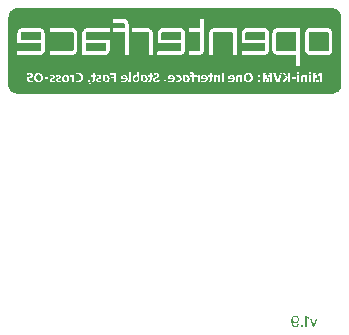
<source format=gbo>
G04 Layer: BottomSilkscreenLayer*
G04 EasyEDA Pro v2.2.27.1, 2024-09-30 12:04:34*
G04 Gerber Generator version 0.3*
G04 Scale: 100 percent, Rotated: No, Reflected: No*
G04 Dimensions in millimeters*
G04 Leading zeros omitted, absolute positions, 3 integers and 5 decimals*
%FSLAX35Y35*%
%MOMM*%
%ADD10C,0.254*%
G75*


G04 Image Start*
G36*
G01X3827398Y2729389D02*
G01X1152193Y2729384D01*
G01X1146581Y2730423D01*
G01X1140969Y2731462D01*
G01X1135610Y2733169D01*
G01X1130252Y2734876D01*
G01X1119594Y2740194D01*
G01X1114879Y2743348D01*
G01X1110165Y2746502D01*
G01X1097918Y2758585D01*
G01X1093476Y2765298D01*
G01X1089035Y2772011D01*
G01X1084157Y2783416D01*
G01X1082356Y2789797D01*
G01X1080554Y2796177D01*
G01X1080515Y2855944D01*
G01X1235752Y2855944D01*
G01X1235752Y2844880D01*
G01X1240048Y2836154D01*
G01X1242921Y2833800D01*
G01X1245794Y2831446D01*
G01X1248848Y2830095D01*
G01X1251902Y2828744D01*
G01X1251902Y2828744D01*
G01X1262324Y2827294D01*
G01X1269227Y2828037D01*
G01X1276130Y2828781D01*
G01X1280711Y2830356D01*
G01X1285292Y2831931D01*
G01X1287138Y2832790D01*
G01X1288984Y2833649D01*
G01X1288984Y2848788D01*
G01X1282740Y2845830D01*
G01X1276495Y2842872D01*
G01X1267961Y2840685D01*
G01X1262639Y2840927D01*
G01X1257317Y2841169D01*
G01X1254948Y2843754D01*
G01X1252579Y2846339D01*
G01X1252899Y2849670D01*
G01X1253219Y2853001D01*
G01X1254550Y2854797D01*
G01X1255881Y2856593D01*
G01X1258636Y2858708D01*
G01X1261391Y2860822D01*
G01X1266964Y2862662D01*
G01X1272538Y2864502D01*
G01X1281265Y2868860D01*
G01X1283179Y2870773D01*
G01X1283924Y2871519D01*
G01X1298208Y2871519D01*
G01X1298563Y2863385D01*
G01X1298917Y2855251D01*
G01X1300245Y2851526D01*
G01X1301573Y2847802D01*
G01X1303072Y2844863D01*
G01X1304572Y2841923D01*
G01X1307937Y2838365D01*
G01X1311302Y2834806D01*
G01X1314146Y2833140D01*
G01X1316990Y2831474D01*
G01X1322286Y2829675D01*
G01X1327582Y2827877D01*
G01X1327582Y2827877D01*
G01X1345035Y2827847D01*
G01X1349513Y2829260D01*
G01X1353991Y2830672D01*
G01X1357389Y2832394D01*
G01X1360787Y2834116D01*
G01X1364711Y2837970D01*
G01X1368635Y2841825D01*
G01X1370768Y2846188D01*
G01X1372803Y2850349D01*
G01X1430623Y2850349D01*
G01X1430623Y2841753D01*
G01X1432354Y2838279D01*
G01X1434084Y2834806D01*
G01X1436600Y2832813D01*
G01X1439115Y2830821D01*
G01X1439115Y2830821D01*
G01X1442756Y2829336D01*
G01X1446397Y2827851D01*
G01X1460494Y2827870D01*
G01X1465121Y2829054D01*
G01X1469747Y2830237D01*
G01X1472673Y2831531D01*
G01X1475598Y2832825D01*
G01X1475598Y2841813D01*
G01X1482705Y2841813D01*
G01X1484232Y2838660D01*
G01X1485758Y2835507D01*
G01X1488081Y2833467D01*
G01X1490403Y2831428D01*
G01X1492994Y2830106D01*
G01X1495585Y2828785D01*
G01X1495585Y2828785D01*
G01X1500191Y2828045D01*
G01X1504798Y2827306D01*
G01X1508826Y2827740D01*
G01X1512853Y2828174D01*
G01X1517217Y2829125D01*
G01X1521580Y2830075D01*
G01X1524601Y2831455D01*
G01X1527621Y2832835D01*
G01X1527964Y2847645D01*
G01X1527457Y2847390D01*
G01X1526950Y2847135D01*
G01X1522431Y2844926D01*
G01X1517913Y2842717D01*
G01X1514376Y2841775D01*
G01X1510840Y2840834D01*
G01X1506928Y2840826D01*
G01X1503017Y2840818D01*
G01X1499092Y2844742D01*
G01X1499092Y2847619D01*
G01X1499786Y2848915D01*
G01X1500480Y2850212D01*
G01X1502975Y2851464D01*
G01X1505469Y2852716D01*
G01X1510168Y2854244D01*
G01X1514578Y2855679D01*
G01X1535148Y2855679D01*
G01X1535970Y2851502D01*
G01X1536792Y2847325D01*
G01X1538342Y2843819D01*
G01X1539892Y2840314D01*
G01X1542445Y2837489D01*
G01X1544998Y2834663D01*
G01X1550445Y2830979D01*
G01X1553344Y2829843D01*
G01X1556244Y2828708D01*
G01X1556244Y2828708D01*
G01X1561096Y2828033D01*
G01X1565948Y2827358D01*
G01X1575953Y2828772D01*
G01X1580012Y2830668D01*
G01X1584072Y2832565D01*
G01X1586597Y2834782D01*
G01X1589121Y2836998D01*
G01X1593150Y2842854D01*
G01X1594481Y2846703D01*
G01X1595812Y2850552D01*
G01X1596555Y2860621D01*
G01X1595843Y2864901D01*
G01X1595131Y2869181D01*
G01X1593198Y2873292D01*
G01X1591265Y2877403D01*
G01X1585412Y2883225D01*
G01X1582091Y2884908D01*
G01X1579302Y2886322D01*
G01X1601797Y2886322D01*
G01X1601797Y2873808D01*
G01X1605410Y2874181D01*
G01X1609024Y2874554D01*
G01X1615810Y2872926D01*
G01X1618873Y2870984D01*
G01X1621935Y2869041D01*
G01X1621935Y2848888D01*
G01X1621935Y2848888D01*
G01X1621935Y2828735D01*
G01X1638717Y2828735D01*
G01X1638717Y2845463D01*
G01X1650084Y2845463D01*
G01X1650274Y2838301D01*
G01X1650464Y2831140D01*
G01X1655499Y2829497D01*
G01X1660533Y2827855D01*
G01X1670602Y2827801D01*
G01X1670602Y2827801D01*
G01X1680671Y2827746D01*
G01X1685035Y2828996D01*
G01X1689398Y2830245D01*
G01X1694337Y2832627D01*
G01X1699276Y2835008D01*
G01X1703445Y2839115D01*
G01X1707613Y2843222D01*
G01X1709095Y2846188D01*
G01X1753524Y2846188D01*
G01X1754764Y2843000D01*
G01X1756005Y2839811D01*
G01X1760911Y2827224D01*
G01X1760911Y2827224D01*
G01X1765817Y2814638D01*
G01X1777814Y2814638D01*
G01X1777216Y2816316D01*
G01X1772912Y2831247D01*
G01X1768608Y2846178D01*
G01X1761066Y2846183D01*
G01X1753524Y2846188D01*
G01X1709095Y2846188D01*
G01X1709709Y2847418D01*
G01X1711806Y2851615D01*
G01X1712944Y2856727D01*
G01X1714081Y2861840D01*
G01X1713711Y2868615D01*
G01X1713341Y2875389D01*
G01X1711952Y2879801D01*
G01X1710563Y2884213D01*
G01X1708652Y2887137D01*
G01X1783711Y2887137D01*
G01X1783711Y2874382D01*
G01X1795123Y2874382D01*
G01X1795123Y2844113D01*
G01X1791707Y2840697D01*
G01X1788044Y2840925D01*
G01X1784381Y2841154D01*
G01X1784382Y2835035D01*
G01X1784383Y2828917D01*
G01X1787497Y2828490D01*
G01X1790612Y2828063D01*
G01X1790612Y2828063D01*
G01X1798236Y2828063D01*
G01X1804911Y2830046D01*
G01X1808384Y2833769D01*
G01X1810227Y2837126D01*
G01X1810422Y2847866D01*
G01X1823840Y2847866D01*
G01X1824544Y2840989D01*
G01X1825885Y2838386D01*
G01X1827226Y2835783D01*
G01X1829467Y2833674D01*
G01X1831707Y2831565D01*
G01X1834485Y2830175D01*
G01X1837262Y2828785D01*
G01X1837262Y2828785D01*
G01X1841869Y2828045D01*
G01X1846475Y2827306D01*
G01X1854531Y2828180D01*
G01X1857058Y2828735D01*
G01X1876875Y2828735D01*
G01X1892527Y2828735D01*
G01X1893229Y2830749D01*
G01X1893931Y2832762D01*
G01X1894600Y2832762D01*
G01X1896381Y2831499D01*
G01X1898163Y2830236D01*
G01X1901520Y2829056D01*
G01X1904876Y2827876D01*
G01X1910246Y2827873D01*
G01X1910246Y2827873D01*
G01X1915616Y2827871D01*
G01X1923195Y2830792D01*
G01X1928691Y2834774D01*
G01X1931039Y2837964D01*
G01X1933386Y2841154D01*
G01X1936265Y2848538D01*
G01X1936604Y2855489D01*
G01X1936944Y2862439D01*
G01X1936114Y2866229D01*
G01X1935284Y2870019D01*
G01X1933338Y2874142D01*
G01X1931392Y2878265D01*
G01X1927346Y2882010D01*
G01X1923300Y2885756D01*
G01X1919123Y2887080D01*
G01X1914945Y2888404D01*
G01X1911110Y2888441D01*
G01X1907276Y2888479D01*
G01X1899506Y2885595D01*
G01X1897828Y2884284D01*
G01X1896149Y2882974D01*
G01X1895939Y2885055D01*
G01X1895729Y2887137D01*
G01X1879032Y2887137D01*
G01X1879032Y2837645D01*
G01X1878407Y2834364D01*
G01X1877782Y2831084D01*
G01X1877328Y2829909D01*
G01X1876875Y2828735D01*
G01X1857058Y2828735D01*
G01X1859229Y2829212D01*
G01X1863928Y2830243D01*
G01X1866446Y2831516D01*
G01X1868963Y2832790D01*
G01X1868963Y2847260D01*
G01X1864012Y2844845D01*
G01X1859060Y2842429D01*
G01X1852079Y2840818D01*
G01X1845402Y2840818D01*
G01X1843503Y2841800D01*
G01X1841604Y2842782D01*
G01X1840770Y2844955D01*
G01X1840770Y2848021D01*
G01X1842119Y2849737D01*
G01X1843469Y2851452D01*
G01X1850007Y2853612D01*
G01X1856544Y2855772D01*
G01X1861542Y2858280D01*
G01X1864015Y2860451D01*
G01X1866489Y2862623D01*
G01X1867711Y2865314D01*
G01X1868933Y2868005D01*
G01X1868948Y2871237D01*
G01X1868963Y2874469D01*
G01X1867568Y2877712D01*
G01X1866173Y2880955D01*
G01X1860741Y2885320D01*
G01X1855958Y2886869D01*
G01X1851174Y2888419D01*
G01X1846279Y2888449D01*
G01X1841384Y2888479D01*
G01X1836223Y2887413D01*
G01X1831063Y2886347D01*
G01X1828687Y2885075D01*
G01X1828687Y2872368D01*
G01X1829022Y2872369D01*
G01X1835735Y2874911D01*
G01X1845977Y2876554D01*
G01X1848414Y2875750D01*
G01X1850851Y2874945D01*
G01X1851852Y2873944D01*
G01X1852852Y2872944D01*
G01X1852852Y2869803D01*
G01X1848909Y2866484D01*
G01X1843171Y2864408D01*
G01X1837432Y2862331D01*
G01X1833899Y2860542D01*
G01X1830365Y2858753D01*
G01X1827883Y2856199D01*
G01X1825401Y2853644D01*
G01X1823840Y2847866D01*
G01X1810422Y2847866D01*
G01X1810898Y2874047D01*
G01X1819289Y2874446D01*
G01X1819289Y2887073D01*
G01X1810898Y2887472D01*
G01X1810521Y2903919D01*
G01X1795123Y2903919D01*
G01X1795123Y2887137D01*
G01X1783711Y2887137D01*
G01X1708652Y2887137D01*
G01X1707963Y2888192D01*
G01X1705363Y2892171D01*
G01X1700138Y2897334D01*
G01X1695743Y2899951D01*
G01X1691347Y2902568D01*
G01X1687688Y2903657D01*
G01X1684551Y2904590D01*
G01X1944145Y2904590D01*
G01X1944145Y2890517D01*
G01X1976702Y2890157D01*
G01X1976702Y2873375D01*
G01X1948844Y2873012D01*
G01X1948844Y2860312D01*
G01X1976702Y2859950D01*
G01X1976882Y2844342D01*
G01X1977062Y2828735D01*
G01X1977062Y2828735D01*
G01X1993819Y2828735D01*
G01X1993819Y2862787D01*
G01X2031411Y2862787D01*
G01X2031411Y2854244D01*
G01X2073701Y2854244D01*
G01X2073694Y2853069D01*
G01X2073688Y2851894D01*
G01X2072065Y2848410D01*
G01X2070443Y2844926D01*
G01X2067675Y2842920D01*
G01X2064906Y2840915D01*
G01X2061551Y2840195D01*
G01X2058195Y2839475D01*
G01X2051615Y2839475D01*
G01X2044500Y2840934D01*
G01X2039969Y2843154D01*
G01X2035438Y2845374D01*
G01X2035438Y2831584D01*
G01X2043158Y2828732D01*
G01X2043158Y2828732D01*
G01X2046774Y2828062D01*
G01X2050390Y2827392D01*
G01X2062746Y2827392D01*
G01X2065370Y2828063D01*
G01X2095181Y2828063D01*
G01X2107214Y2828063D01*
G01X2114802Y2830903D01*
G01X2117243Y2833364D01*
G01X2119683Y2835824D01*
G01X2121013Y2839160D01*
G01X2122343Y2842496D01*
G01X2122469Y2862904D01*
G01X2132101Y2862904D01*
G01X2132101Y2852967D01*
G01X2133598Y2845853D01*
G01X2135322Y2842160D01*
G01X2137046Y2838468D01*
G01X2140788Y2834718D01*
G01X2144530Y2830967D01*
G01X2144530Y2830967D01*
G01X2148553Y2829372D01*
G01X2152575Y2827778D01*
G01X2158281Y2827829D01*
G01X2163987Y2827881D01*
G01X2167343Y2829058D01*
G01X2170700Y2830236D01*
G01X2172481Y2831499D01*
G01X2174263Y2832762D01*
G01X2174900Y2832762D01*
G01X2176568Y2828735D01*
G01X2191935Y2828735D01*
G01X2199425Y2828735D01*
G01X2215232Y2828735D01*
G01X2216117Y2832762D01*
G01X2216702Y2832762D01*
G01X2220216Y2830796D01*
G01X2223730Y2828829D01*
G01X2228036Y2828061D01*
G01X2228036Y2828061D01*
G01X2232342Y2827293D01*
G01X2241183Y2828791D01*
G01X2241288Y2828842D01*
G01X2265684Y2828842D01*
G01X2274599Y2827887D01*
G01X2283247Y2828694D01*
G01X2288843Y2831756D01*
G01X2292200Y2838468D01*
G01X2292379Y2853337D01*
G01X2306468Y2853337D01*
G01X2306794Y2848782D01*
G01X2307120Y2844226D01*
G01X2308924Y2840540D01*
G01X2310727Y2836854D01*
G01X2317502Y2830762D01*
G01X2321633Y2829493D01*
G01X2325763Y2828223D01*
G01X2325763Y2828223D01*
G01X2333818Y2827320D01*
G01X2340170Y2828050D01*
G01X2346522Y2828780D01*
G01X2350239Y2829850D01*
G01X2353957Y2830920D01*
G01X2357145Y2832524D01*
G01X2360334Y2834128D01*
G01X2360334Y2846188D01*
G01X2399249Y2846188D01*
G01X2401057Y2841825D01*
G01X2401057Y2841825D01*
G01X2406342Y2828231D01*
G01X2411627Y2814638D01*
G01X2423590Y2814638D01*
G01X2422958Y2816987D01*
G01X2418684Y2831588D01*
G01X2414410Y2846188D01*
G01X2399249Y2846188D01*
G01X2360334Y2846188D01*
G01X2360334Y2848873D01*
G01X2359832Y2848873D01*
G01X2353729Y2845463D01*
G01X2348137Y2843392D01*
G01X2342545Y2841321D01*
G01X2329791Y2840683D01*
G01X2325140Y2843860D01*
G01X2323308Y2848673D01*
G01X2324050Y2851428D01*
G01X2324792Y2854183D01*
G01X2324843Y2854244D01*
G01X2430817Y2854244D01*
G01X2473275Y2854244D01*
G01X2472408Y2849908D01*
G01X2471188Y2847545D01*
G01X2469968Y2845181D01*
G01X2467203Y2843061D01*
G01X2464439Y2840942D01*
G01X2457602Y2839475D01*
G01X2451021Y2839475D01*
G01X2443907Y2840934D01*
G01X2439376Y2843154D01*
G01X2434845Y2845374D01*
G01X2434845Y2832118D01*
G01X2440357Y2829306D01*
G01X2444817Y2828361D01*
G01X2449277Y2827415D01*
G01X2455715Y2827404D01*
G01X2455715Y2827404D01*
G01X2462152Y2827392D01*
G01X2467363Y2828725D01*
G01X2472574Y2830058D01*
G01X2476177Y2832119D01*
G01X2479780Y2834181D01*
G01X2482233Y2836996D01*
G01X2484686Y2839811D01*
G01X2486588Y2843839D01*
G01X2486966Y2844640D01*
G01X2496602Y2844640D01*
G01X2496602Y2830801D01*
G01X2500016Y2829787D01*
G01X2503429Y2828773D01*
G01X2507537Y2828028D01*
G01X2507537Y2828028D01*
G01X2511644Y2827283D01*
G01X2516373Y2827753D01*
G01X2521103Y2828223D01*
G01X2522773Y2828735D01*
G01X2554284Y2828735D01*
G01X2570475Y2828735D01*
G01X2570883Y2830775D01*
G01X2571291Y2832815D01*
G01X2571714Y2832621D01*
G01X2572137Y2832427D01*
G01X2575820Y2830587D01*
G01X2579504Y2828747D01*
G01X2583461Y2828017D01*
G01X2583461Y2828017D01*
G01X2587418Y2827288D01*
G01X2591852Y2828040D01*
G01X2596286Y2828791D01*
G01X2599761Y2830467D01*
G01X2603237Y2832142D01*
G01X2606921Y2836121D01*
G01X2610604Y2840100D01*
G01X2612026Y2843899D01*
G01X2613447Y2847698D01*
G01X2614225Y2852703D01*
G01X2615003Y2857708D01*
G01X2614251Y2862873D01*
G01X2613498Y2868037D01*
G01X2612036Y2871944D01*
G01X2610575Y2875850D01*
G01X2607762Y2879312D01*
G01X2604949Y2882773D01*
G01X2601349Y2884937D01*
G01X2597749Y2887100D01*
G01X2597596Y2887137D01*
G01X2619445Y2887137D01*
G01X2619445Y2874382D01*
G01X2633541Y2874382D01*
G01X2633541Y2851558D01*
G01X2633541Y2851558D01*
G01X2633541Y2828735D01*
G01X2650323Y2828735D01*
G01X2650323Y2874382D01*
G01X2660392Y2874382D01*
G01X2660392Y2886440D01*
G01X2663748Y2886440D01*
G01X2663748Y2873838D01*
G01X2671565Y2874547D01*
G01X2675373Y2873440D01*
G01X2679182Y2872333D01*
G01X2681534Y2870267D01*
G01X2683887Y2868201D01*
G01X2683887Y2828735D01*
G01X2683887Y2828735D01*
G01X2699997Y2828735D01*
G01X2699997Y2857633D01*
G01X2709361Y2857633D01*
G01X2710212Y2854244D01*
G01X2752382Y2854244D01*
G01X2751938Y2852398D01*
G01X2751495Y2850552D01*
G01X2749079Y2845725D01*
G01X2746687Y2843625D01*
G01X2744295Y2841525D01*
G01X2740495Y2840420D01*
G01X2736696Y2839316D01*
G01X2726512Y2839959D01*
G01X2722176Y2841450D01*
G01X2717840Y2842941D01*
G01X2716031Y2844229D01*
G01X2714222Y2845517D01*
G01X2713423Y2845517D01*
G01X2713423Y2832126D01*
G01X2715505Y2831049D01*
G01X2717588Y2829972D01*
G01X2720708Y2828975D01*
G01X2723827Y2827978D01*
G01X2723827Y2827978D01*
G01X2731266Y2827596D01*
G01X2738704Y2827215D01*
G01X2747993Y2828819D01*
G01X2752790Y2831118D01*
G01X2757587Y2833417D01*
G01X2760732Y2836915D01*
G01X2763876Y2840412D01*
G01X2765167Y2842943D01*
G01X2766459Y2845475D01*
G01X2767453Y2849691D01*
G01X2768447Y2853908D01*
G01X2768467Y2862787D01*
G01X2767790Y2866354D01*
G01X2767114Y2869921D01*
G01X2763862Y2877024D01*
G01X2760729Y2880374D01*
G01X2757595Y2883724D01*
G01X2751601Y2886626D01*
G01X2749747Y2887137D01*
G01X2774508Y2887137D01*
G01X2774508Y2874382D01*
G01X2785990Y2874382D01*
G01X2785787Y2858882D01*
G01X2785584Y2843382D01*
G01X2783933Y2842046D01*
G01X2782282Y2840710D01*
G01X2778730Y2840932D01*
G01X2775178Y2841154D01*
G01X2775179Y2835032D01*
G01X2775180Y2828910D01*
G01X2777697Y2828494D01*
G01X2780214Y2828078D01*
G01X2784639Y2828071D01*
G01X2784639Y2828071D01*
G01X2789063Y2828063D01*
G01X2791293Y2828735D01*
G01X2885268Y2828735D01*
G01X2902050Y2828735D01*
G01X2902050Y2854244D01*
G01X2940136Y2854244D01*
G01X2982709Y2854244D01*
G01X2981800Y2849880D01*
G01X2978653Y2844405D01*
G01X2975958Y2842621D01*
G01X2973264Y2840838D01*
G01X2970381Y2840173D01*
G01X2967499Y2839508D01*
G01X2963568Y2839492D01*
G01X2959637Y2839475D01*
G01X2955561Y2840532D01*
G01X2951484Y2841588D01*
G01X2944676Y2845174D01*
G01X2943669Y2845629D01*
G01X2943669Y2832126D01*
G01X2945751Y2831049D01*
G01X2947834Y2829972D01*
G01X2950954Y2828984D01*
G01X2954073Y2827997D01*
G01X2954073Y2827997D01*
G01X2962129Y2827627D01*
G01X2970184Y2827257D01*
G01X2979793Y2829308D01*
G01X2980001Y2829406D01*
G01X3008030Y2829406D01*
G01X3024893Y2829406D01*
G01X3024902Y2849041D01*
G01X3024912Y2868676D01*
G01X3025743Y2870318D01*
G01X3026574Y2871959D01*
G01X3028865Y2873297D01*
G01X3031156Y2874635D01*
G01X3037499Y2874540D01*
G01X3041601Y2872353D01*
G01X3045702Y2870167D01*
G01X3045702Y2829406D01*
G01X3062484Y2829406D01*
G01X3062484Y2861292D01*
G01X3073049Y2861292D01*
G01X3075238Y2850743D01*
G01X3077366Y2846284D01*
G01X3079494Y2841825D01*
G01X3083276Y2838043D01*
G01X3087057Y2834261D01*
G01X3090599Y2832467D01*
G01X3094140Y2830672D01*
G01X3098618Y2829260D01*
G01X3098618Y2829260D01*
G01X3103096Y2827847D01*
G01X3120549Y2827921D01*
G01X3125919Y2829714D01*
G01X3131289Y2831507D01*
G01X3137331Y2835380D01*
G01X3139346Y2837461D01*
G01X3194724Y2837461D01*
G01X3194724Y2828735D01*
G01X3212177Y2828735D01*
G01X3212177Y2846188D01*
G01X3194724Y2846188D01*
G01X3194724Y2837461D01*
G01X3194724Y2837461D01*
G01X3139346Y2837461D01*
G01X3140126Y2838267D01*
G01X3142921Y2841154D01*
G01X3145347Y2845607D01*
G01X3147773Y2850060D01*
G01X3148749Y2854669D01*
G01X3149726Y2859278D01*
G01X3149726Y2872704D01*
G01X3148744Y2877403D01*
G01X3148533Y2878410D01*
G01X3194724Y2878410D01*
G01X3194724Y2869683D01*
G01X3212177Y2869683D01*
G01X3212177Y2887137D01*
G01X3194724Y2887137D01*
G01X3194724Y2878410D01*
G01X3194724Y2878410D01*
G01X3148533Y2878410D01*
G01X3147761Y2882102D01*
G01X3145332Y2886919D01*
G01X3142903Y2891735D01*
G01X3139168Y2895442D01*
G01X3135432Y2899148D01*
G01X3130675Y2901551D01*
G01X3125919Y2903954D01*
G01X3122952Y2904590D01*
G01X3232316Y2904590D01*
G01X3232316Y2828735D01*
G01X3249097Y2828735D01*
G01X3249097Y2891836D01*
G01X3250440Y2891836D01*
G01X3250482Y2891500D01*
G01X3263605Y2829070D01*
G01X3263605Y2829070D01*
G01X3273787Y2828885D01*
G01X3283969Y2828700D01*
G01X3284335Y2830228D01*
G01X3284702Y2831756D01*
G01X3290525Y2859950D01*
G01X3293794Y2875893D01*
G01X3297062Y2891836D01*
G01X3298771Y2891836D01*
G01X3298771Y2828735D01*
G01X3315553Y2828735D01*
G01X3315553Y2904590D01*
G01X3323465Y2904590D01*
G01X3324095Y2902912D01*
G01X3326824Y2894185D01*
G01X3329553Y2885458D01*
G01X3343812Y2839140D01*
G01X3345513Y2833937D01*
G01X3347213Y2828735D01*
G01X3347213Y2828735D01*
G01X3375248Y2828735D01*
G01X3400725Y2828735D01*
G01X3418593Y2828809D01*
G01X3424851Y2838412D01*
G01X3431109Y2848014D01*
G01X3436485Y2853814D01*
G01X3441862Y2859614D01*
G01X3449136Y2859614D01*
G01X3449136Y2828735D01*
G01X3466589Y2828735D01*
G01X3528346Y2828735D01*
G01X3545128Y2828735D01*
G01X3545128Y2829406D01*
G01X3557787Y2829406D01*
G01X3574664Y2829406D01*
G01X3574664Y2867712D01*
G01X3576572Y2872279D01*
G01X3578807Y2873449D01*
G01X3581041Y2874618D01*
G01X3584104Y2874629D01*
G01X3587167Y2874640D01*
G01X3595809Y2869899D01*
G01X3595987Y2849652D01*
G01X3596164Y2829406D01*
G01X3612927Y2829406D01*
G01X3612927Y2857936D01*
G01X3625681Y2857936D01*
G01X3625681Y2828735D01*
G01X3642462Y2828735D01*
G01X3642462Y2887137D01*
G01X3625681Y2887137D01*
G01X3625681Y2857936D01*
G01X3625681Y2857936D01*
G01X3612927Y2857936D01*
G01X3612927Y2887137D01*
G01X3596145Y2887137D01*
G01X3596145Y2880424D01*
G01X3595138Y2880433D01*
G01X3591110Y2883175D01*
G01X3588500Y2884546D01*
G01X3585889Y2885916D01*
G01X3581787Y2886837D01*
G01X3577685Y2887757D01*
G01X3573993Y2887381D01*
G01X3570301Y2887006D01*
G01X3567951Y2886030D01*
G01X3565602Y2885055D01*
G01X3561069Y2880759D01*
G01X3558218Y2874718D01*
G01X3558218Y2874718D01*
G01X3558002Y2852062D01*
G01X3557787Y2829406D01*
G01X3545128Y2829406D01*
G01X3545128Y2887137D01*
G01X3528346Y2887137D01*
G01X3528346Y2828735D01*
G01X3528346Y2828735D01*
G01X3466589Y2828735D01*
G01X3466589Y2856257D01*
G01X3480686Y2856257D01*
G01X3513578Y2856257D01*
G01X3513578Y2868341D01*
G01X3480686Y2868341D01*
G01X3480686Y2856257D01*
G01X3480686Y2856257D01*
G01X3466589Y2856257D01*
G01X3466589Y2895192D01*
G01X3528346Y2895192D01*
G01X3545128Y2895192D01*
G01X3545128Y2903583D01*
G01X3625681Y2903583D01*
G01X3625681Y2895192D01*
G01X3642462Y2895192D01*
G01X3642462Y2904590D01*
G01X3656559Y2904590D01*
G01X3656559Y2828735D01*
G01X3672656Y2828735D01*
G01X3672831Y2860061D01*
G01X3673005Y2891388D01*
G01X3673697Y2891619D01*
G01X3674388Y2891849D01*
G01X3686185Y2835112D01*
G01X3686866Y2831923D01*
G01X3687546Y2828735D01*
G01X3687546Y2828735D01*
G01X3708001Y2828735D01*
G01X3714216Y2859110D01*
G01X3720431Y2889486D01*
G01X3720761Y2890661D01*
G01X3721092Y2891836D01*
G01X3722344Y2891836D01*
G01X3722344Y2828735D01*
G01X3739126Y2828735D01*
G01X3739126Y2904590D01*
G01X3723854Y2904587D01*
G01X3708583Y2904584D01*
G01X3705427Y2887973D01*
G01X3702271Y2871361D01*
G01X3700104Y2859974D01*
G01X3697938Y2848587D01*
G01X3697411Y2850241D01*
G01X3696884Y2851894D01*
G01X3692128Y2877067D01*
G01X3687372Y2902241D01*
G01X3686676Y2904590D01*
G01X3656559Y2904590D01*
G01X3642462Y2904590D01*
G01X3642462Y2911974D01*
G01X3625681Y2911974D01*
G01X3625681Y2903583D01*
G01X3625681Y2903583D01*
G01X3545128Y2903583D01*
G01X3545128Y2911974D01*
G01X3528346Y2911974D01*
G01X3528346Y2895192D01*
G01X3528346Y2895192D01*
G01X3466589Y2895192D01*
G01X3466589Y2904590D01*
G01X3449136Y2904590D01*
G01X3449136Y2873711D01*
G01X3444701Y2873711D01*
G01X3434062Y2889150D01*
G01X3423422Y2904590D01*
G01X3404740Y2904590D01*
G01X3412476Y2893514D01*
G01X3420291Y2882438D01*
G01X3428105Y2871361D01*
G01X3429318Y2869488D01*
G01X3430531Y2867615D01*
G01X3424834Y2861768D01*
G01X3419137Y2855922D01*
G01X3409746Y2843167D01*
G01X3401711Y2830413D01*
G01X3401218Y2829574D01*
G01X3401218Y2829574D01*
G01X3400725Y2828735D01*
G01X3375248Y2828735D01*
G01X3378249Y2838301D01*
G01X3381250Y2847866D01*
G01X3389711Y2875389D01*
G01X3398171Y2902912D01*
G01X3398749Y2904590D01*
G01X3380052Y2904590D01*
G01X3377384Y2895528D01*
G01X3361910Y2841305D01*
G01X3361555Y2840949D01*
G01X3361200Y2840594D01*
G01X3360844Y2840949D01*
G01X3360489Y2841305D01*
G01X3345016Y2895528D01*
G01X3342347Y2904590D01*
G01X3323465Y2904590D01*
G01X3315553Y2904590D01*
G01X3284786Y2904590D01*
G01X3283472Y2898213D01*
G01X3274362Y2849880D01*
G01X3273971Y2849401D01*
G01X3273579Y2848921D01*
G01X3270374Y2865847D01*
G01X3267170Y2882773D01*
G01X3262963Y2904590D01*
G01X3232316Y2904590D01*
G01X3122952Y2904590D01*
G01X3117192Y2905826D01*
G01X3111822Y2905868D01*
G01X3106452Y2905909D01*
G01X3097054Y2903927D01*
G01X3092876Y2901876D01*
G01X3088698Y2899824D01*
G01X3085157Y2896584D01*
G01X3081615Y2893343D01*
G01X3079080Y2889065D01*
G01X3076545Y2884787D01*
G01X3073801Y2876060D01*
G01X3073049Y2861292D01*
G01X3062484Y2861292D01*
G01X3062484Y2887137D01*
G01X3045702Y2887137D01*
G01X3045702Y2880269D01*
G01X3042010Y2882705D01*
G01X3039200Y2884283D01*
G01X3036390Y2885861D01*
G01X3032152Y2886817D01*
G01X3027913Y2887774D01*
G01X3024274Y2887436D01*
G01X3020635Y2887098D01*
G01X3017897Y2885873D01*
G01X3015159Y2884649D01*
G01X3011270Y2880759D01*
G01X3008446Y2874718D01*
G01X3008446Y2874718D01*
G01X3008238Y2852062D01*
G01X3008030Y2829406D01*
G01X2980001Y2829406D01*
G01X2983447Y2831036D01*
G01X2987101Y2832765D01*
G01X2990161Y2835869D01*
G01X2993222Y2838973D01*
G01X2995039Y2842312D01*
G01X2996856Y2845651D01*
G01X2998697Y2852565D01*
G01X2998705Y2858012D01*
G01X2998713Y2863458D01*
G01X2998058Y2866914D01*
G01X2997402Y2870371D01*
G01X2994067Y2877420D01*
G01X2991188Y2880332D01*
G01X2988308Y2883244D01*
G01X2985607Y2884830D01*
G01X2982906Y2886415D01*
G01X2979230Y2887443D01*
G01X2975554Y2888471D01*
G01X2968170Y2888234D01*
G01X2960786Y2887997D01*
G01X2953252Y2885096D01*
G01X2950202Y2882719D01*
G01X2947151Y2880343D01*
G01X2943605Y2875225D01*
G01X2942203Y2871615D01*
G01X2940801Y2868005D01*
G01X2940469Y2861124D01*
G01X2940136Y2854244D01*
G01X2902050Y2854244D01*
G01X2902050Y2904590D01*
G01X2885268Y2904590D01*
G01X2885268Y2828735D01*
G01X2885268Y2828735D01*
G01X2791293Y2828735D01*
G01X2792281Y2829032D01*
G01X2793524Y2829406D01*
G01X2817389Y2829406D01*
G01X2834251Y2829406D01*
G01X2834251Y2868407D01*
G01X2835270Y2870376D01*
G01X2836288Y2872346D01*
G01X2838458Y2873482D01*
G01X2840629Y2874618D01*
G01X2843649Y2874629D01*
G01X2846670Y2874640D01*
G01X2850865Y2872404D01*
G01X2855061Y2870167D01*
G01X2855061Y2849787D01*
G01X2855061Y2849787D01*
G01X2855061Y2829406D01*
G01X2871843Y2829406D01*
G01X2871843Y2887137D01*
G01X2855061Y2887137D01*
G01X2855061Y2880269D01*
G01X2851369Y2882705D01*
G01X2848559Y2884283D01*
G01X2845749Y2885861D01*
G01X2841511Y2886809D01*
G01X2837272Y2887757D01*
G01X2833580Y2887381D01*
G01X2829888Y2887006D01*
G01X2827539Y2886030D01*
G01X2825189Y2885055D01*
G01X2820657Y2880759D01*
G01X2817805Y2874718D01*
G01X2817597Y2852062D01*
G01X2817389Y2829406D01*
G01X2793524Y2829406D01*
G01X2795500Y2830001D01*
G01X2799377Y2833715D01*
G01X2801359Y2840390D01*
G01X2801359Y2874382D01*
G01X2810086Y2874382D01*
G01X2810086Y2887137D01*
G01X2801359Y2887137D01*
G01X2801359Y2903919D01*
G01X2785920Y2903919D01*
G01X2785920Y2887137D01*
G01X2774508Y2887137D01*
G01X2749747Y2887137D01*
G01X2748454Y2887493D01*
G01X2745308Y2888359D01*
G01X2739169Y2888419D01*
G01X2733031Y2888479D01*
G01X2728736Y2887153D01*
G01X2724442Y2885826D01*
G01X2721295Y2883742D01*
G01X2718148Y2881657D01*
G01X2716110Y2879084D01*
G01X2714072Y2876511D01*
G01X2712439Y2872929D01*
G01X2710806Y2869348D01*
G01X2710084Y2863490D01*
G01X2709361Y2857633D01*
G01X2699997Y2857633D01*
G01X2699997Y2887137D01*
G01X2683887Y2887137D01*
G01X2683887Y2881095D01*
G01X2682978Y2881095D01*
G01X2679504Y2883488D01*
G01X2676030Y2885880D01*
G01X2667406Y2887358D01*
G01X2665577Y2886899D01*
G01X2663748Y2886440D01*
G01X2660392Y2886440D01*
G01X2660392Y2887137D01*
G01X2650323Y2887137D01*
G01X2650323Y2898482D01*
G01X2649592Y2901891D01*
G01X2648861Y2905301D01*
G01X2647106Y2907386D01*
G01X2645351Y2909472D01*
G01X2642970Y2910479D01*
G01X2640590Y2911487D01*
G01X2629849Y2912310D01*
G01X2625318Y2912087D01*
G01X2620787Y2911864D01*
G01X2620787Y2899418D01*
G01X2625797Y2899487D01*
G01X2630806Y2899555D01*
G01X2631993Y2898369D01*
G01X2633181Y2897183D01*
G01X2633434Y2892160D01*
G01X2633688Y2887137D01*
G01X2619445Y2887137D01*
G01X2597596Y2887137D01*
G01X2595003Y2887757D01*
G01X2592258Y2888414D01*
G01X2587412Y2888213D01*
G01X2582565Y2888012D01*
G01X2578267Y2885896D01*
G01X2573969Y2883780D01*
G01X2573127Y2883780D01*
G01X2573127Y2887137D01*
G01X2556414Y2887137D01*
G01X2556212Y2859446D01*
G01X2556009Y2831756D01*
G01X2554284Y2828735D01*
G01X2522773Y2828735D01*
G01X2525467Y2829561D01*
G01X2529830Y2830900D01*
G01X2532179Y2832108D01*
G01X2534529Y2833317D01*
G01X2540093Y2838116D01*
G01X2544773Y2845181D01*
G01X2545888Y2848474D01*
G01X2547002Y2851766D01*
G01X2547008Y2857536D01*
G01X2547014Y2863306D01*
G01X2544276Y2872033D01*
G01X2541346Y2875917D01*
G01X2538416Y2879801D01*
G01X2533857Y2883213D01*
G01X2531275Y2884550D01*
G01X2528693Y2885888D01*
G01X2523891Y2887192D01*
G01X2519089Y2888496D01*
G01X2513048Y2888184D01*
G01X2507007Y2887872D01*
G01X2502308Y2886665D01*
G01X2497609Y2885458D01*
G01X2497481Y2879249D01*
G01X2497353Y2873040D01*
G01X2498073Y2873040D01*
G01X2501793Y2874121D01*
G01X2505512Y2875202D01*
G01X2511965Y2874916D01*
G01X2518418Y2874629D01*
G01X2521863Y2873114D01*
G01X2525309Y2871600D01*
G01X2528771Y2867986D01*
G01X2529804Y2865058D01*
G01X2530837Y2862130D01*
G01X2530837Y2853736D01*
G01X2528910Y2849124D01*
G01X2525899Y2846349D01*
G01X2522889Y2843574D01*
G01X2518053Y2842105D01*
G01X2513218Y2840637D01*
G01X2508186Y2841017D01*
G01X2503154Y2841398D01*
G01X2499878Y2843019D01*
G01X2496602Y2844640D01*
G01X2486966Y2844640D01*
G01X2488490Y2847866D01*
G01X2489980Y2857264D01*
G01X2489095Y2866662D01*
G01X2487536Y2871222D01*
G01X2485976Y2875782D01*
G01X2481301Y2881488D01*
G01X2478475Y2883446D01*
G01X2475650Y2885404D01*
G01X2466730Y2888445D01*
G01X2460689Y2888454D01*
G01X2454647Y2888463D01*
G01X2451181Y2887540D01*
G01X2447715Y2886617D01*
G01X2444600Y2885062D01*
G01X2441485Y2883506D01*
G01X2438563Y2880382D01*
G01X2435641Y2877258D01*
G01X2434186Y2874406D01*
G01X2432731Y2871555D01*
G01X2431786Y2867095D01*
G01X2430841Y2862635D01*
G01X2430829Y2858439D01*
G01X2430817Y2854244D01*
G01X2324843Y2854244D01*
G01X2328078Y2858089D01*
G01X2335161Y2861619D01*
G01X2342311Y2864333D01*
G01X2349461Y2867048D01*
G01X2352199Y2869032D01*
G01X2354938Y2871015D01*
G01X2356622Y2873561D01*
G01X2358307Y2876106D01*
G01X2359077Y2879943D01*
G01X2359848Y2883780D01*
G01X2358393Y2891023D01*
G01X2355463Y2897257D01*
G01X2352696Y2899497D01*
G01X2349929Y2901738D01*
G01X2347668Y2902887D01*
G01X2345407Y2904036D01*
G01X2341291Y2904977D01*
G01X2337175Y2905919D01*
G01X2330127Y2905627D01*
G01X2323078Y2905335D01*
G01X2317708Y2903788D01*
G01X2312338Y2902241D01*
G01X2311956Y2888528D01*
G01X2316365Y2890370D01*
G01X2321539Y2891438D01*
G01X2326714Y2892507D01*
G01X2335005Y2892507D01*
G01X2337646Y2891716D01*
G01X2340287Y2890924D01*
G01X2341584Y2889276D01*
G01X2342881Y2887627D01*
G01X2342881Y2882619D01*
G01X2340174Y2879177D01*
G01X2337867Y2877752D01*
G01X2335561Y2876327D01*
G01X2327306Y2873328D01*
G01X2319051Y2870330D01*
G01X2313009Y2866166D01*
G01X2310824Y2863484D01*
G01X2308639Y2860803D01*
G01X2307554Y2857070D01*
G01X2306468Y2853337D01*
G01X2292379Y2853337D01*
G01X2292416Y2856425D01*
G01X2292633Y2874382D01*
G01X2301262Y2874382D01*
G01X2301262Y2887137D01*
G01X2292535Y2887137D01*
G01X2292535Y2903919D01*
G01X2277096Y2903919D01*
G01X2277096Y2887137D01*
G01X2265684Y2887137D01*
G01X2265684Y2874382D01*
G01X2277242Y2874382D01*
G01X2276646Y2844510D01*
G01X2276152Y2843397D01*
G01X2275657Y2842283D01*
G01X2273719Y2841481D01*
G01X2271782Y2840678D01*
G01X2265684Y2841163D01*
G01X2265684Y2828842D01*
G01X2265684Y2828842D01*
G01X2241288Y2828842D01*
G01X2244623Y2830449D01*
G01X2248063Y2832107D01*
G01X2251212Y2835474D01*
G01X2254360Y2838840D01*
G01X2256291Y2843017D01*
G01X2258222Y2847195D01*
G01X2258933Y2852447D01*
G01X2259643Y2857698D01*
G01X2259235Y2861509D01*
G01X2258827Y2865320D01*
G01X2256942Y2872033D01*
G01X2252473Y2880088D01*
G01X2249017Y2882914D01*
G01X2245561Y2885741D01*
G01X2241358Y2887113D01*
G01X2237155Y2888484D01*
G01X2232239Y2888244D01*
G01X2227323Y2888003D01*
G01X2222674Y2885618D01*
G01X2218024Y2883232D01*
G01X2218024Y2887137D01*
G01X2201242Y2887137D01*
G01X2201242Y2835740D01*
G01X2200334Y2832237D01*
G01X2199425Y2828735D01*
G01X2191935Y2828735D01*
G01X2191196Y2831084D01*
G01X2189831Y2838316D01*
G01X2189831Y2911974D01*
G01X2173049Y2911974D01*
G01X2173049Y2883017D01*
G01X2171080Y2884420D01*
G01X2169110Y2885822D01*
G01X2166213Y2886893D01*
G01X2163316Y2887964D01*
G01X2152575Y2888085D01*
G01X2148553Y2886495D01*
G01X2144530Y2884904D01*
G01X2140788Y2881154D01*
G01X2137046Y2877403D01*
G01X2135322Y2873711D01*
G01X2133598Y2870019D01*
G01X2132101Y2862904D01*
G01X2122469Y2862904D01*
G01X2122557Y2877235D01*
G01X2122771Y2911974D01*
G01X2105922Y2911974D01*
G01X2105906Y2881263D01*
G01X2105890Y2850552D01*
G01X2104650Y2845181D01*
G01X2101148Y2842160D01*
G01X2095181Y2842160D01*
G01X2095181Y2828063D01*
G01X2095181Y2828063D01*
G01X2065370Y2828063D01*
G01X2068043Y2828747D01*
G01X2073340Y2830102D01*
G01X2076944Y2832271D01*
G01X2080547Y2834441D01*
G01X2085797Y2840684D01*
G01X2087459Y2844314D01*
G01X2089120Y2847944D01*
G01X2089700Y2853276D01*
G01X2090279Y2858607D01*
G01X2089690Y2863977D01*
G01X2089101Y2869348D01*
G01X2085214Y2877672D01*
G01X2079199Y2883688D01*
G01X2076449Y2885090D01*
G01X2073700Y2886493D01*
G01X2070176Y2887442D01*
G01X2066652Y2888391D01*
G01X2061043Y2888435D01*
G01X2055435Y2888479D01*
G01X2051310Y2887422D01*
G01X2047186Y2886366D01*
G01X2041738Y2883204D01*
G01X2035989Y2876967D01*
G01X2034376Y2873444D01*
G01X2032763Y2869921D01*
G01X2032087Y2866354D01*
G01X2031411Y2862787D01*
G01X1993819Y2862787D01*
G01X1993819Y2904590D01*
G01X1944145Y2904590D01*
G01X1684551Y2904590D01*
G01X1684028Y2904746D01*
G01X1677986Y2905775D01*
G01X1672818Y2905854D01*
G01X1667650Y2905933D01*
G01X1660530Y2904559D01*
G01X1653410Y2903185D01*
G01X1651769Y2902437D01*
G01X1650128Y2901689D01*
G01X1650128Y2889007D01*
G01X1652478Y2889916D01*
G01X1663218Y2892497D01*
G01X1676277Y2892507D01*
G01X1680824Y2890799D01*
G01X1685370Y2889092D01*
G01X1691820Y2882773D01*
G01X1693006Y2880088D01*
G01X1694192Y2877403D01*
G01X1695073Y2873220D01*
G01X1695953Y2869037D01*
G01X1695322Y2859205D01*
G01X1693603Y2855450D01*
G01X1691884Y2851695D01*
G01X1686514Y2846325D01*
G01X1683356Y2844474D01*
G01X1680198Y2842623D01*
G01X1676407Y2841731D01*
G01X1672616Y2840839D01*
G01X1664291Y2840818D01*
G01X1660734Y2841577D01*
G01X1657177Y2842335D01*
G01X1650084Y2845463D01*
G01X1638717Y2845463D01*
G01X1638717Y2887137D01*
G01X1621935Y2887137D01*
G01X1621935Y2881095D01*
G01X1620928Y2881132D01*
G01X1618270Y2883143D01*
G01X1615612Y2885154D01*
G01X1612275Y2886145D01*
G01X1608937Y2887137D01*
G01X1603920Y2887137D01*
G01X1601797Y2886322D01*
G01X1579302Y2886322D01*
G01X1578770Y2886591D01*
G01X1574676Y2887482D01*
G01X1570583Y2888372D01*
G01X1561185Y2888459D01*
G01X1556977Y2887467D01*
G01X1552768Y2886475D01*
G01X1549593Y2884813D01*
G01X1546417Y2883152D01*
G01X1544326Y2881284D01*
G01X1542236Y2879417D01*
G01X1540466Y2877003D01*
G01X1538697Y2874590D01*
G01X1537321Y2870626D01*
G01X1535945Y2866662D01*
G01X1535546Y2861171D01*
G01X1535148Y2855679D01*
G01X1514578Y2855679D01*
G01X1514867Y2855773D01*
G01X1517920Y2857300D01*
G01X1520972Y2858827D01*
G01X1525432Y2863306D01*
G01X1527286Y2867626D01*
G01X1527286Y2874890D01*
G01X1526340Y2877153D01*
G01X1525394Y2879417D01*
G01X1522489Y2883110D01*
G01X1516848Y2886415D01*
G01X1513173Y2887403D01*
G01X1509497Y2888391D01*
G01X1505025Y2888435D01*
G01X1500553Y2888479D01*
G01X1495627Y2887528D01*
G01X1490701Y2886578D01*
G01X1488855Y2885867D01*
G01X1487009Y2885156D01*
G01X1487009Y2872225D01*
G01X1489067Y2873014D01*
G01X1498712Y2875944D01*
G01X1502821Y2876002D01*
G01X1506930Y2876060D01*
G01X1510482Y2874167D01*
G01X1510889Y2872884D01*
G01X1511296Y2871600D01*
G01X1510921Y2870106D01*
G01X1510546Y2868612D01*
G01X1507982Y2867170D01*
G01X1505417Y2865729D01*
G01X1500409Y2863932D01*
G01X1495400Y2862134D01*
G01X1492853Y2860845D01*
G01X1490305Y2859556D01*
G01X1487607Y2857118D01*
G01X1484909Y2854680D01*
G01X1483822Y2852616D01*
G01X1482736Y2850552D01*
G01X1482705Y2841813D01*
G01X1475598Y2841813D01*
G01X1475598Y2847587D01*
G01X1469892Y2844262D01*
G01X1464739Y2842540D01*
G01X1459586Y2840818D01*
G01X1455677Y2840820D01*
G01X1451768Y2840823D01*
G01X1449586Y2842153D01*
G01X1447404Y2843483D01*
G01X1447404Y2848092D01*
G01X1448238Y2850266D01*
G01X1451768Y2852061D01*
G01X1464170Y2856260D01*
G01X1467467Y2858288D01*
G01X1470764Y2860317D01*
G01X1474193Y2864813D01*
G01X1474989Y2867976D01*
G01X1475786Y2871140D01*
G01X1474957Y2874843D01*
G01X1474128Y2878546D01*
G01X1471720Y2881212D01*
G01X1469312Y2883877D01*
G01X1466749Y2885185D01*
G01X1464185Y2886493D01*
G01X1460662Y2887487D01*
G01X1457138Y2888481D01*
G01X1450425Y2888183D01*
G01X1443712Y2887884D01*
G01X1439349Y2886663D01*
G01X1434986Y2885441D01*
G01X1434795Y2878638D01*
G01X1434605Y2871835D01*
G01X1438616Y2873455D01*
G01X1442627Y2875075D01*
G01X1447869Y2875816D01*
G01X1453110Y2876556D01*
G01X1455626Y2875504D01*
G01X1458142Y2874452D01*
G01X1459678Y2871081D01*
G01X1458610Y2869452D01*
G01X1457543Y2867823D01*
G01X1454655Y2866489D01*
G01X1451768Y2865154D01*
G01X1445197Y2862614D01*
G01X1438626Y2860073D01*
G01X1432806Y2854950D01*
G01X1431714Y2852649D01*
G01X1430623Y2850349D01*
G01X1372803Y2850349D01*
G01X1372902Y2850552D01*
G01X1374105Y2856257D01*
G01X1387661Y2856257D01*
G01X1419882Y2856257D01*
G01X1419882Y2868341D01*
G01X1387661Y2868341D01*
G01X1387661Y2856257D01*
G01X1387661Y2856257D01*
G01X1374105Y2856257D01*
G01X1374884Y2859950D01*
G01X1374895Y2865852D01*
G01X1374907Y2871754D01*
G01X1373848Y2876881D01*
G01X1372789Y2882009D01*
G01X1368557Y2890829D01*
G01X1364180Y2895245D01*
G01X1359803Y2899662D01*
G01X1351077Y2903936D01*
G01X1342350Y2905826D01*
G01X1336980Y2905868D01*
G01X1331610Y2905909D01*
G01X1326911Y2904927D01*
G01X1322212Y2903945D01*
G01X1317328Y2901481D01*
G01X1312444Y2899018D01*
G01X1308509Y2894811D01*
G01X1304573Y2890604D01*
G01X1300559Y2882102D01*
G01X1299384Y2876810D01*
G01X1298208Y2871519D01*
G01X1283924Y2871519D01*
G01X1285092Y2872686D01*
G01X1287968Y2878074D01*
G01X1287966Y2884116D01*
G01X1287965Y2890157D01*
G01X1286157Y2893597D01*
G01X1284349Y2897036D01*
G01X1278140Y2902501D01*
G01X1273997Y2903845D01*
G01X1269853Y2905189D01*
G01X1266497Y2905750D01*
G01X1261462Y2905832D01*
G01X1256428Y2905915D01*
G01X1244345Y2903383D01*
G01X1240653Y2901938D01*
G01X1240653Y2888539D01*
G01X1243506Y2889564D01*
G01X1246359Y2890588D01*
G01X1251284Y2891548D01*
G01X1256210Y2892507D01*
G01X1260011Y2892503D01*
G01X1263812Y2892499D01*
G01X1268583Y2891174D01*
G01X1271515Y2888442D01*
G01X1272348Y2885123D01*
G01X1271912Y2883387D01*
G01X1271477Y2881652D01*
G01X1269658Y2879962D01*
G01X1267839Y2878272D01*
G01X1262805Y2875697D01*
G01X1255924Y2873261D01*
G01X1249044Y2870825D01*
G01X1245664Y2868677D01*
G01X1242284Y2866528D01*
G01X1240355Y2864246D01*
G01X1238427Y2861963D01*
G01X1237089Y2858954D01*
G01X1235752Y2855944D01*
G01X1080515Y2855944D01*
G01X1080384Y3056270D01*
G01X1705173Y3056270D01*
G01X1707452Y3056274D01*
G01X2343002Y3056274D01*
G01X2537214Y3056636D01*
G01X2546612Y3059812D01*
G01X2551015Y3062028D01*
G01X2555418Y3064244D01*
G01X2560561Y3069047D01*
G01X2565703Y3073850D01*
G01X2568717Y3078383D01*
G01X2571731Y3082917D01*
G01X2573687Y3088522D01*
G01X2606690Y3088522D01*
G01X2606690Y3056240D01*
G01X2698990Y3056688D01*
G01X2707717Y3059473D01*
G01X2712319Y3061720D01*
G01X2716921Y3063967D01*
G01X2726337Y3072685D01*
G01X2731382Y3079516D01*
G01X2733152Y3083008D01*
G01X2734922Y3086500D01*
G01X2737893Y3097585D01*
G01X2737971Y3149302D01*
G01X2779878Y3149302D01*
G01X2779878Y3056301D01*
G01X2811428Y3056301D01*
G01X2811428Y3239318D01*
G01X2813404Y3245939D01*
G01X2815417Y3248373D01*
G01X2817430Y3250807D01*
G01X2820463Y3252233D01*
G01X2823496Y3253659D01*
G01X2968913Y3253659D01*
G01X2975927Y3250163D01*
G01X2977574Y3248005D01*
G01X2979220Y3245847D01*
G01X2981260Y3240064D01*
G01X2981260Y3056301D01*
G01X3012810Y3056301D01*
G01X3012810Y3072398D01*
G01X3055100Y3072398D01*
G01X3055100Y3056274D01*
G01X3151931Y3056462D01*
G01X3248762Y3056650D01*
G01X3257488Y3059473D01*
G01X3262139Y3061744D01*
G01X3266790Y3064015D01*
G01X3277263Y3073867D01*
G01X3280247Y3078355D01*
G01X3283230Y3082843D01*
G01X3285954Y3089754D01*
G01X3287013Y3095012D01*
G01X3288072Y3100270D01*
G01X3288066Y3102476D01*
G01X3316178Y3102476D01*
G01X3318080Y3091543D01*
G01X3321888Y3081802D01*
G01X3324973Y3077274D01*
G01X3328058Y3072747D01*
G01X3338550Y3063672D01*
G01X3343330Y3061339D01*
G01X3348110Y3059006D01*
G01X3356165Y3056651D01*
G01X3517606Y3056269D01*
G01X3517606Y2965006D01*
G01X3517606Y2965006D01*
G01X3549827Y2965006D01*
G01X3549827Y3245268D01*
G01X3591781Y3245268D01*
G01X3591781Y3096913D01*
G01X3592983Y3092550D01*
G01X3594184Y3088187D01*
G01X3599631Y3076921D01*
G01X3605104Y3071440D01*
G01X3610577Y3065958D01*
G01X3614269Y3063564D01*
G01X3617961Y3061169D01*
G01X3622660Y3059481D01*
G01X3627359Y3057794D01*
G01X3632393Y3057005D01*
G01X3632393Y3057005D01*
G01X3637428Y3056216D01*
G01X3785779Y3056636D01*
G01X3791360Y3058585D01*
G01X3796941Y3060535D01*
G01X3800647Y3062767D01*
G01X3804354Y3064999D01*
G01X3810903Y3070482D01*
G01X3814279Y3074724D01*
G01X3817654Y3078967D01*
G01X3821766Y3087253D01*
G01X3823232Y3092419D01*
G01X3824699Y3097585D01*
G01X3824713Y3244596D01*
G01X3823195Y3249832D01*
G01X3821678Y3255067D01*
G01X3819580Y3259230D01*
G01X3817482Y3263392D01*
G01X3814557Y3267120D01*
G01X3811633Y3270848D01*
G01X3807896Y3274073D01*
G01X3804160Y3277299D01*
G01X3796682Y3281802D01*
G01X3793504Y3282858D01*
G01X3790326Y3283913D01*
G01X3781751Y3285793D01*
G01X3706233Y3285669D01*
G01X3630715Y3285545D01*
G01X3621317Y3282371D01*
G01X3617989Y3280687D01*
G01X3614660Y3279003D01*
G01X3607566Y3273762D01*
G01X3603131Y3268577D01*
G01X3598696Y3263392D01*
G01X3594816Y3255739D01*
G01X3593299Y3250503D01*
G01X3591781Y3245268D01*
G01X3549827Y3245268D01*
G01X3549827Y3285880D01*
G01X3455346Y3285875D01*
G01X3360864Y3285870D01*
G01X3356566Y3285173D01*
G01X3352268Y3284475D01*
G01X3347080Y3282475D01*
G01X3341892Y3280474D01*
G01X3337157Y3277148D01*
G01X3332422Y3273823D01*
G01X3323570Y3263392D01*
G01X3319542Y3255063D01*
G01X3318063Y3249830D01*
G01X3316584Y3244596D01*
G01X3316381Y3173536D01*
G01X3316178Y3102476D01*
G01X3288066Y3102476D01*
G01X3287695Y3246610D01*
G01X3285573Y3252652D01*
G01X3283450Y3258693D01*
G01X3281683Y3261832D01*
G01X3279917Y3264971D01*
G01X3275490Y3269752D01*
G01X3271064Y3274533D01*
G01X3266916Y3277493D01*
G01X3262769Y3280452D01*
G01X3259457Y3281884D01*
G01X3256146Y3283316D01*
G01X3250775Y3284542D01*
G01X3245405Y3285767D01*
G01X3098676Y3285880D01*
G01X3093769Y3284867D01*
G01X3088862Y3283853D01*
G01X3084674Y3282151D01*
G01X3080485Y3280449D01*
G01X3078029Y3278894D01*
G01X3075574Y3277339D01*
G01X3069532Y3272290D01*
G01X3062375Y3264064D01*
G01X3059805Y3258693D01*
G01X3057235Y3253323D01*
G01X3056167Y3248491D01*
G01X3055100Y3243660D01*
G01X3055100Y3154980D01*
G01X3256551Y3154980D01*
G01X3256127Y3100270D01*
G01X3253846Y3095397D01*
G01X3252147Y3093378D01*
G01X3250448Y3091359D01*
G01X3247431Y3089941D01*
G01X3244413Y3088522D01*
G01X3055100Y3088522D01*
G01X3055100Y3072398D01*
G01X3055100Y3072398D01*
G01X3012810Y3072398D01*
G01X3012810Y3285880D01*
G01X2917993Y3285869D01*
G01X2823175Y3285857D01*
G01X2818716Y3284912D01*
G01X2814257Y3283967D01*
G01X2809654Y3282136D01*
G01X2805051Y3280305D01*
G01X2797667Y3275297D01*
G01X2793601Y3271023D01*
G01X2789535Y3266749D01*
G01X2787323Y3263508D01*
G01X2785112Y3260267D01*
G01X2783563Y3256454D01*
G01X2782014Y3252642D01*
G01X2780946Y3247473D01*
G01X2779878Y3242303D01*
G01X2779878Y3149302D01*
G01X2779878Y3149302D01*
G01X2737971Y3149302D01*
G01X2738289Y3361736D01*
G01X2706039Y3361736D01*
G01X2706039Y3285880D01*
G01X2606690Y3285880D01*
G01X2606690Y3253659D01*
G01X2706039Y3253659D01*
G01X2706032Y3177300D01*
G01X2706026Y3100941D01*
G01X2704439Y3097585D01*
G01X2702852Y3094228D01*
G01X2700921Y3092418D01*
G01X2698990Y3090607D01*
G01X2696495Y3089565D01*
G01X2693999Y3088522D01*
G01X2606690Y3088522D01*
G01X2606690Y3088522D01*
G01X2573687Y3088522D01*
G01X2573939Y3089244D01*
G01X2576148Y3095571D01*
G01X2576148Y3245939D01*
G01X2574575Y3250973D01*
G01X2573004Y3256008D01*
G01X2570607Y3260587D01*
G01X2568211Y3265167D01*
G01X2563565Y3270142D01*
G01X2558918Y3275117D01*
G01X2554093Y3278345D01*
G01X2549267Y3281573D01*
G01X2545590Y3282728D01*
G01X2541913Y3283884D01*
G01X2533186Y3285774D01*
G01X2387128Y3285880D01*
G01X2382175Y3284857D01*
G01X2377222Y3283834D01*
G01X2372491Y3281883D01*
G01X2367760Y3279932D01*
G01X2364811Y3277903D01*
G01X2361862Y3275874D01*
G01X2353461Y3267420D01*
G01X2348501Y3260036D01*
G01X2345714Y3253323D01*
G01X2344647Y3248552D01*
G01X2343580Y3243782D01*
G01X2343552Y3215659D01*
G01X2343524Y3187537D01*
G01X2343552Y3154980D01*
G01X2545015Y3154980D01*
G01X2544598Y3100270D01*
G01X2540445Y3092886D01*
G01X2536845Y3090704D01*
G01X2533246Y3088522D01*
G01X2343181Y3088522D01*
G01X2343092Y3072398D01*
G01X2343092Y3072398D01*
G01X2343002Y3056274D01*
G01X1707452Y3056274D01*
G01X1899506Y3056636D01*
G01X1908904Y3059810D01*
G01X1915616Y3063188D01*
G01X1919915Y3066597D01*
G01X1924213Y3070006D01*
G01X1931924Y3079710D01*
G01X1933708Y3083481D01*
G01X1935492Y3087252D01*
G01X1936936Y3092418D01*
G01X1938380Y3097585D01*
G01X1938617Y3142393D01*
G01X1938853Y3187201D01*
G01X1737394Y3187201D01*
G01X1737401Y3239897D01*
G01X1738096Y3242398D01*
G01X1738790Y3244898D01*
G01X1740945Y3247717D01*
G01X1743100Y3250537D01*
G01X1746120Y3252079D01*
G01X1749141Y3253621D01*
G01X1843958Y3253640D01*
G01X1938775Y3253659D01*
G01X1938775Y3285911D01*
G01X1744442Y3285545D01*
G01X1735044Y3282371D01*
G01X1731716Y3280687D01*
G01X1728387Y3279003D01*
G01X1721293Y3273762D01*
G01X1716892Y3268604D01*
G01X1712490Y3263445D01*
G01X1707821Y3253994D01*
G01X1706505Y3247617D01*
G01X1705190Y3241240D01*
G01X1705190Y3241240D01*
G01X1705181Y3148755D01*
G01X1705173Y3056270D01*
G01X1080384Y3056270D01*
G01X1080374Y3072398D01*
G01X1156073Y3072398D01*
G01X1156073Y3056274D01*
G01X1252903Y3056473D01*
G01X1349734Y3056672D01*
G01X1357790Y3059106D01*
G01X1362360Y3061352D01*
G01X1366930Y3063598D01*
G01X1370415Y3066455D01*
G01X1373900Y3069313D01*
G01X1377580Y3073513D01*
G01X1381259Y3077714D01*
G01X1383125Y3080936D01*
G01X1384991Y3084159D01*
G01X1386485Y3088522D01*
G01X1431294Y3088522D01*
G01X1431294Y3056274D01*
G01X1624956Y3056636D01*
G01X1634354Y3059812D01*
G01X1638757Y3062028D01*
G01X1643160Y3064244D01*
G01X1648303Y3069047D01*
G01X1653445Y3073850D01*
G01X1656459Y3078383D01*
G01X1659473Y3082917D01*
G01X1661681Y3089244D01*
G01X1663889Y3095571D01*
G01X1663889Y3245939D01*
G01X1662317Y3250973D01*
G01X1660745Y3256008D01*
G01X1658349Y3260587D01*
G01X1655953Y3265167D01*
G01X1651307Y3270142D01*
G01X1646660Y3275117D01*
G01X1641835Y3278345D01*
G01X1637009Y3281573D01*
G01X1633332Y3282728D01*
G01X1629655Y3283884D01*
G01X1620928Y3285774D01*
G01X1431965Y3285880D01*
G01X1431965Y3253659D01*
G01X1620987Y3253659D01*
G01X1628274Y3249295D01*
G01X1630307Y3245315D01*
G01X1632340Y3241334D01*
G01X1632340Y3100270D01*
G01X1631086Y3097920D01*
G01X1629832Y3095571D01*
G01X1628267Y3093479D01*
G01X1626703Y3091388D01*
G01X1620607Y3088522D01*
G01X1431294Y3088522D01*
G01X1431294Y3088522D01*
G01X1386485Y3088522D01*
G01X1388668Y3094900D01*
G01X1388853Y3169366D01*
G01X1389038Y3243833D01*
G01X1386351Y3254457D01*
G01X1383978Y3259392D01*
G01X1381604Y3264326D01*
G01X1376212Y3270024D01*
G01X1370819Y3275721D01*
G01X1367114Y3278180D01*
G01X1363409Y3280639D01*
G01X1355694Y3283774D01*
G01X1346378Y3285790D01*
G01X1270860Y3285668D01*
G01X1195342Y3285545D01*
G01X1188965Y3283325D01*
G01X1182588Y3281106D01*
G01X1174252Y3275689D01*
G01X1169693Y3270883D01*
G01X1165135Y3266077D01*
G01X1160795Y3259506D01*
G01X1159382Y3255743D01*
G01X1157968Y3251980D01*
G01X1157020Y3247055D01*
G01X1156073Y3242129D01*
G01X1156073Y3154980D01*
G01X1357454Y3154980D01*
G01X1357454Y3102187D01*
G01X1356428Y3099177D01*
G01X1355403Y3096167D01*
G01X1351414Y3091328D01*
G01X1345619Y3088522D01*
G01X1156073Y3088522D01*
G01X1156073Y3072398D01*
G01X1156073Y3072398D01*
G01X1080374Y3072398D01*
G01X1080364Y3087851D01*
G01X1080185Y3361736D01*
G01X1968311Y3361736D01*
G01X1968311Y3329551D01*
G01X2012112Y3329365D01*
G01X2055912Y3329178D01*
G01X2061282Y3326280D01*
G01X2063093Y3324373D01*
G01X2064903Y3322465D01*
G01X2066100Y3319780D01*
G01X2067296Y3317095D01*
G01X2067532Y3301488D01*
G01X2067767Y3285880D01*
G01X1968311Y3285880D01*
G01X1968311Y3253659D01*
G01X2067659Y3253659D01*
G01X2067659Y3154980D01*
G01X2067659Y3154980D01*
G01X2067659Y3056301D01*
G01X2099229Y3056301D01*
G01X2099051Y3189383D01*
G01X2098922Y3285880D01*
G01X2126060Y3285880D01*
G01X2126060Y3253659D01*
G01X2258354Y3253659D01*
G01X2261180Y3252240D01*
G01X2264006Y3250822D01*
G01X2265582Y3249387D01*
G01X2267158Y3247953D01*
G01X2270048Y3242582D01*
G01X2270225Y3149442D01*
G01X2270402Y3056301D01*
G01X2270402Y3056301D01*
G01X2301955Y3056301D01*
G01X2301776Y3152127D01*
G01X2301597Y3247953D01*
G01X2297467Y3258915D01*
G01X2292871Y3266549D01*
G01X2288053Y3271305D01*
G01X2283236Y3276060D01*
G01X2279504Y3278569D01*
G01X2275772Y3281078D01*
G01X2272135Y3282439D01*
G01X2268499Y3283799D01*
G01X2259307Y3285771D01*
G01X2192684Y3285826D01*
G01X2126060Y3285880D01*
G01X2098922Y3285880D01*
G01X2098873Y3322465D01*
G01X2097299Y3327117D01*
G01X2095724Y3331768D01*
G01X2094120Y3335276D01*
G01X2092516Y3338784D01*
G01X2090103Y3341945D01*
G01X2087690Y3345106D01*
G01X2084219Y3348395D01*
G01X2080749Y3351684D01*
G01X2071351Y3357598D01*
G01X2066652Y3358995D01*
G01X2061954Y3360391D01*
G01X2052556Y3361566D01*
G01X1968311Y3361736D01*
G01X1080185Y3361736D01*
G01X1080173Y3379525D01*
G01X1081617Y3390642D01*
G01X1085001Y3402348D01*
G01X1087932Y3408547D01*
G01X1090864Y3414745D01*
G01X1094420Y3419959D01*
G01X1097977Y3425172D01*
G01X1104178Y3431328D01*
G01X1110379Y3437483D01*
G01X1115605Y3440929D01*
G01X1120831Y3444375D01*
G01X1130312Y3448901D01*
G01X1135641Y3450599D01*
G01X1140969Y3452296D01*
G01X1146581Y3453334D01*
G01X1152193Y3454373D01*
G01X3828740Y3454260D01*
G01X3834782Y3453022D01*
G01X3840823Y3451783D01*
G01X3849550Y3448928D01*
G01X3855663Y3445891D01*
G01X3861777Y3442853D01*
G01X3867429Y3438611D01*
G01X3873082Y3434369D01*
G01X3877864Y3429334D01*
G01X3882646Y3424300D01*
G01X3885974Y3419366D01*
G01X3889303Y3414432D01*
G01X3893365Y3406376D01*
G01X3897496Y3394662D01*
G01X3898535Y3389107D01*
G01X3899573Y3383552D01*
G01X3899398Y3089865D01*
G01X3899224Y2796177D01*
G01X3897409Y2789603D01*
G01X3895594Y2783028D01*
G01X3892944Y2777022D01*
G01X3890294Y2771017D01*
G01X3882513Y2759257D01*
G01X3876082Y2752796D01*
G01X3869651Y2746335D01*
G01X3864299Y2742840D01*
G01X3858948Y2739345D01*
G01X3849550Y2734841D01*
G01X3839481Y2731490D01*
G01X3833439Y2730440D01*
G01X3827398Y2729389D01*
G37*
G36*
G01X2170973Y2841576D02*
G01X2167995Y2840439D01*
G01X2165018Y2839302D01*
G01X2161679Y2839623D01*
G01X2158341Y2839944D01*
G01X2152301Y2844510D01*
G01X2148078Y2853002D01*
G01X2148313Y2858538D01*
G01X2148548Y2864075D01*
G01X2150570Y2868028D01*
G01X2152592Y2871981D01*
G01X2155433Y2873977D01*
G01X2158274Y2875974D01*
G01X2162137Y2876208D01*
G01X2166001Y2876441D01*
G01X2168713Y2875171D01*
G01X2171426Y2873902D01*
G01X2173245Y2871741D01*
G01X2175063Y2869580D01*
G01X2175063Y2846235D01*
G01X2170973Y2841576D01*
G37*
G36*
G01X2589020Y2840707D02*
G01X2586287Y2839313D01*
G01X2582354Y2839670D01*
G01X2578420Y2840026D01*
G01X2576173Y2841566D01*
G01X2573926Y2843106D01*
G01X2572855Y2844918D01*
G01X2571784Y2846731D01*
G01X2571784Y2869079D01*
G01X2572775Y2870994D01*
G01X2573766Y2872910D01*
G01X2578581Y2875886D01*
G01X2582734Y2876181D01*
G01X2586888Y2876475D01*
G01X2590916Y2874301D01*
G01X2593053Y2872239D01*
G01X2595190Y2870178D01*
G01X2596709Y2866742D01*
G01X2598229Y2863306D01*
G01X2598236Y2857936D01*
G01X2598243Y2852565D01*
G01X2596867Y2849545D01*
G01X2595491Y2846524D01*
G01X2593622Y2844313D01*
G01X2591754Y2842102D01*
G01X2589020Y2840707D01*
G37*
G36*
G01X1907737Y2839661D02*
G01X1904862Y2839337D01*
G01X1901889Y2840138D01*
G01X1898916Y2840938D01*
G01X1894471Y2845383D01*
G01X1894471Y2870762D01*
G01X1896653Y2872847D01*
G01X1898835Y2874931D01*
G01X1904205Y2876388D01*
G01X1906554Y2876378D01*
G01X1908904Y2876367D01*
G01X1911589Y2875127D01*
G01X1914274Y2873888D01*
G01X1915745Y2872287D01*
G01X1917217Y2870686D01*
G01X1918966Y2866866D01*
G01X1920715Y2863046D01*
G01X1920730Y2858294D01*
G01X1920745Y2853541D01*
G01X1919099Y2848538D01*
G01X1917472Y2846075D01*
G01X1915846Y2843612D01*
G01X1910612Y2839985D01*
G01X1907737Y2839661D01*
G37*
G36*
G01X1565709Y2839490D02*
G01X1563520Y2839475D01*
G01X1557612Y2842252D01*
G01X1555828Y2844826D01*
G01X1554044Y2847400D01*
G01X1552123Y2853786D01*
G01X1552123Y2863428D01*
G01X1553049Y2866507D01*
G01X1553976Y2869586D01*
G01X1555500Y2871727D01*
G01X1557024Y2873867D01*
G01X1559776Y2875117D01*
G01X1562527Y2876367D01*
G01X1565884Y2876381D01*
G01X1569240Y2876395D01*
G01X1572028Y2875015D01*
G01X1574816Y2873635D01*
G01X1576504Y2871156D01*
G01X1578191Y2868676D01*
G01X1578914Y2865991D01*
G01X1579637Y2863306D01*
G01X1579645Y2853816D01*
G01X1578609Y2850328D01*
G01X1577573Y2846841D01*
G01X1575426Y2844395D01*
G01X1573279Y2841950D01*
G01X1570588Y2840727D01*
G01X1567898Y2839505D01*
G01X1565709Y2839490D01*
G37*
G36*
G01X2228764Y2839494D02*
G01X2226415Y2839483D01*
G01X2221355Y2840888D01*
G01X2219018Y2843225D01*
G01X2216682Y2845562D01*
G01X2216682Y2870489D01*
G01X2221108Y2874915D01*
G01X2226415Y2876388D01*
G01X2228764Y2876378D01*
G01X2231114Y2876367D01*
G01X2233827Y2875134D01*
G01X2236540Y2873902D01*
G01X2238451Y2871630D01*
G01X2240363Y2869358D01*
G01X2243014Y2863306D01*
G01X2243063Y2852543D01*
G01X2241726Y2849533D01*
G01X2240388Y2846524D01*
G01X2236540Y2841969D01*
G01X2233827Y2840737D01*
G01X2231114Y2839505D01*
G01X2228764Y2839494D01*
G37*
G36*
G01X1344178Y2841706D02*
G01X1341008Y2840483D01*
G01X1332281Y2840483D01*
G01X1329146Y2841693D01*
G01X1326010Y2842902D01*
G01X1323240Y2845908D01*
G01X1320469Y2848914D01*
G01X1319176Y2851931D01*
G01X1317883Y2854948D01*
G01X1317104Y2859417D01*
G01X1316326Y2863885D01*
G01X1317120Y2874178D01*
G01X1318532Y2878476D01*
G01X1319944Y2882773D01*
G01X1324333Y2888815D01*
G01X1327732Y2890664D01*
G01X1331131Y2892512D01*
G01X1335062Y2892839D01*
G01X1338994Y2893165D01*
G01X1345157Y2891186D01*
G01X1348273Y2888444D01*
G01X1351388Y2885701D01*
G01X1353345Y2881552D01*
G01X1355302Y2877403D01*
G01X1356119Y2872439D01*
G01X1356937Y2867474D01*
G01X1356494Y2862705D01*
G01X1356050Y2857936D01*
G01X1354690Y2853759D01*
G01X1353329Y2849582D01*
G01X1347347Y2842928D01*
G01X1344178Y2841706D01*
G37*
G36*
G01X3121107Y2842338D02*
G01X3118479Y2841425D01*
G01X3115850Y2840513D01*
G01X3106452Y2840535D01*
G01X3103271Y2842075D01*
G01X3100090Y2843615D01*
G01X3094676Y2849766D01*
G01X3093391Y2854187D01*
G01X3092106Y2858607D01*
G01X3091281Y2867334D01*
G01X3092060Y2872368D01*
G01X3092839Y2877403D01*
G01X3096503Y2885458D01*
G01X3098792Y2887725D01*
G01X3101082Y2889991D01*
G01X3103985Y2891302D01*
G01X3106888Y2892614D01*
G01X3110362Y2892914D01*
G01X3113836Y2893214D01*
G01X3117239Y2891998D01*
G01X3120642Y2890782D01*
G01X3122548Y2889282D01*
G01X3124454Y2887783D01*
G01X3126299Y2885274D01*
G01X3128144Y2882765D01*
G01X3129633Y2878406D01*
G01X3131122Y2874047D01*
G01X3131762Y2861963D01*
G01X3129624Y2852872D01*
G01X3128331Y2850339D01*
G01X3127039Y2847806D01*
G01X3124073Y2845072D01*
G01X3121107Y2842338D01*
G37*
G36*
G01X2751776Y2865655D02*
G01X2725415Y2865655D01*
G01X2726347Y2868676D01*
G01X2727268Y2870488D01*
G01X2728189Y2872299D01*
G01X2730371Y2873946D01*
G01X2732554Y2875593D01*
G01X2737924Y2877060D01*
G01X2740609Y2877008D01*
G01X2743190Y2876088D01*
G01X2745771Y2875168D01*
G01X2747449Y2873600D01*
G01X2749128Y2872033D01*
G01X2750844Y2868676D01*
G01X2751776Y2865655D01*
G37*
G36*
G01X2073029Y2866771D02*
G01X2073029Y2865655D01*
G01X2047521Y2865655D01*
G01X2047521Y2867736D01*
G01X2048468Y2869549D01*
G01X2049415Y2871361D01*
G01X2053227Y2874889D01*
G01X2055912Y2876264D01*
G01X2058933Y2876622D01*
G01X2061954Y2876980D01*
G01X2066009Y2875957D01*
G01X2069728Y2873520D01*
G01X2073029Y2867887D01*
G01X2073029Y2866771D01*
G37*
G36*
G01X2472436Y2866689D02*
G01X2472436Y2865655D01*
G01X2446928Y2865655D01*
G01X2446928Y2866911D01*
G01X2448356Y2870690D01*
G01X2451962Y2874502D01*
G01X2455444Y2876322D01*
G01X2458738Y2876669D01*
G01X2462031Y2877017D01*
G01X2463850Y2876436D01*
G01X2465668Y2875856D01*
G01X2467725Y2874391D01*
G01X2469781Y2872927D01*
G01X2471109Y2870325D01*
G01X2472436Y2867723D01*
G01X2472436Y2866689D01*
G37*
G36*
G01X2981931Y2866353D02*
G01X2981931Y2865655D01*
G01X2955752Y2865655D01*
G01X2955752Y2866264D01*
G01X2956558Y2868141D01*
G01X2957364Y2870019D01*
G01X2958628Y2871880D01*
G01X2959892Y2873741D01*
G01X2962519Y2875081D01*
G01X2965145Y2876421D01*
G01X2968000Y2876718D01*
G01X2970855Y2877015D01*
G01X2975554Y2875619D01*
G01X2977462Y2873826D01*
G01X2979369Y2872033D01*
G01X2980650Y2869542D01*
G01X2981931Y2867052D01*
G01X2981931Y2866353D01*
G37*
G36*
G01X3780787Y3088522D02*
G01X3635707Y3088522D01*
G01X3633547Y3089428D01*
G01X3631386Y3090333D01*
G01X3629175Y3092197D01*
G01X3626964Y3094062D01*
G01X3625483Y3096830D01*
G01X3624002Y3099599D01*
G01X3623643Y3239664D01*
G01X3625046Y3244875D01*
G01X3627209Y3247706D01*
G01X3629373Y3250537D01*
G01X3632393Y3252079D01*
G01X3635414Y3253621D01*
G01X3781080Y3253605D01*
G01X3783727Y3252285D01*
G01X3786374Y3250964D01*
G01X3788011Y3249458D01*
G01X3789649Y3247953D01*
G01X3792814Y3241240D01*
G01X3792814Y3100941D01*
G01X3791227Y3097585D01*
G01X3789641Y3094228D01*
G01X3787710Y3092418D01*
G01X3785779Y3090607D01*
G01X3783283Y3089565D01*
G01X3780787Y3088522D01*
G37*
G36*
G01X1816100Y3088537D02*
G01X1737394Y3088522D01*
G01X1737394Y3154980D01*
G01X1906554Y3154980D01*
G01X1906554Y3101446D01*
G01X1905519Y3098511D01*
G01X1904483Y3095576D01*
G01X1902330Y3093310D01*
G01X1900177Y3091044D01*
G01X1897492Y3089798D01*
G01X1894807Y3088552D01*
G01X1816100Y3088537D01*
G37*
G36*
G01X3509984Y3090368D02*
G01X3507775Y3089445D01*
G01X3505566Y3088522D01*
G01X3432879Y3088537D01*
G01X3360193Y3088552D01*
G01X3357508Y3089784D01*
G01X3354823Y3091015D01*
G01X3352914Y3092943D01*
G01X3351006Y3094872D01*
G01X3349894Y3096899D01*
G01X3348781Y3098927D01*
G01X3348407Y3241240D01*
G01X3349491Y3244099D01*
G01X3350575Y3246958D01*
G01X3352684Y3249067D01*
G01X3354793Y3251176D01*
G01X3357493Y3252403D01*
G01X3360193Y3253629D01*
G01X3433026Y3253614D01*
G01X3505859Y3253599D01*
G01X3508544Y3252211D01*
G01X3511229Y3250822D01*
G01X3513160Y3249052D01*
G01X3515090Y3247281D01*
G01X3516333Y3244596D01*
G01X3517576Y3241911D01*
G01X3517576Y3100270D01*
G01X3516354Y3097579D01*
G01X3515132Y3094888D01*
G01X3512558Y3092628D01*
G01X3509984Y3090368D01*
G37*
G36*
G01X3256551Y3187201D02*
G01X3087279Y3187201D01*
G01X3087468Y3215281D01*
G01X3087656Y3243361D01*
G01X3089681Y3246634D01*
G01X3091705Y3249907D01*
G01X3095295Y3251783D01*
G01X3098886Y3253659D01*
G01X3244793Y3253659D01*
G01X3248393Y3251477D01*
G01X3251993Y3249295D01*
G01X3256146Y3241911D01*
G01X3256551Y3187201D01*
G37*
G36*
G01X2544991Y3187201D02*
G01X2375019Y3187201D01*
G01X2375228Y3214270D01*
G01X2375437Y3241338D01*
G01X2377461Y3245294D01*
G01X2379486Y3249251D01*
G01X2386072Y3253323D01*
G01X2533217Y3253676D01*
G01X2540532Y3249295D01*
G01X2542565Y3245317D01*
G01X2544598Y3241338D01*
G01X2544794Y3214270D01*
G01X2544991Y3187201D01*
G37*
G36*
G01X1357454Y3187201D02*
G01X1188238Y3187201D01*
G01X1188629Y3243254D01*
G01X1189742Y3245282D01*
G01X1190854Y3247309D01*
G01X1192762Y3249237D01*
G01X1194671Y3251166D01*
G01X1197356Y3252397D01*
G01X1200041Y3253629D01*
G01X1345707Y3253596D01*
G01X1348856Y3251957D01*
G01X1352004Y3250317D01*
G01X1353779Y3247990D01*
G01X1355553Y3245664D01*
G01X1356504Y3242506D01*
G01X1357454Y3239348D01*
G01X1357454Y3187201D01*
G37*
G04 Image End*

G04 Text Start*
G36*
G01X3516934Y754309D02*
G01X3515358Y753915D01*
G01X3510040Y753719D01*
G01X3505115Y753915D01*
G01X3503146Y754309D01*
G01X3500979Y754900D01*
G01X3499010Y755688D01*
G01X3497237Y756476D01*
G01X3495858Y757264D01*
G01X3494085Y758446D01*
G01X3492115Y759824D01*
G01X3490737Y761006D01*
G01X3487782Y763961D01*
G01X3486994Y764946D01*
G01X3486010Y766521D01*
G01X3484631Y768491D01*
G01X3483449Y770461D01*
G01X3482464Y772431D01*
G01X3481676Y774203D01*
G01X3480100Y778143D01*
G01X3479509Y779719D01*
G01X3479115Y781097D01*
G01X3478525Y783067D01*
G01X3477934Y785431D01*
G01X3477540Y787794D01*
G01X3476949Y790552D01*
G01X3476555Y793703D01*
G01X3476358Y796067D01*
G01X3475964Y803158D01*
G01X3475767Y804931D01*
G01X3475964Y806703D01*
G01X3476358Y813794D01*
G01X3476734Y817931D01*
G01X3487979Y817931D01*
G01X3488176Y816158D01*
G01X3488373Y814582D01*
G01X3488767Y812809D01*
G01X3489161Y811234D01*
G01X3489555Y809855D01*
G01X3490343Y808082D01*
G01X3491131Y806506D01*
G01X3493100Y803749D01*
G01X3493888Y802764D01*
G01X3495267Y801582D01*
G01X3498025Y799613D01*
G01X3499994Y798628D01*
G01X3501964Y797840D01*
G01X3503934Y797249D01*
G01X3506297Y796855D01*
G01X3506297Y796855D01*
G01X3510434Y796658D01*
G01X3513388Y796855D01*
G01X3514570Y797052D01*
G01X3516343Y797446D01*
G01X3518116Y798037D01*
G01X3519888Y798825D01*
G01X3521464Y799809D01*
G01X3522646Y800794D01*
G01X3525207Y803355D01*
G01X3526191Y804537D01*
G01X3526979Y805718D01*
G01X3527767Y807097D01*
G01X3528555Y808870D01*
G01X3529146Y810446D01*
G01X3529540Y811825D01*
G01X3529934Y814188D01*
G01X3530131Y819506D01*
G01X3529934Y823643D01*
G01X3529146Y826794D01*
G01X3528555Y828567D01*
G01X3527767Y830340D01*
G01X3526782Y831916D01*
G01X3525600Y833688D01*
G01X3522646Y836643D01*
G01X3521464Y837628D01*
G01X3520085Y838415D01*
G01X3518509Y839203D01*
G01X3516343Y839991D01*
G01X3514176Y840582D01*
G01X3511812Y840976D01*
G01X3508464Y841173D01*
G01X3505903Y840976D01*
G01X3504525Y840779D01*
G01X3502949Y840385D01*
G01X3501176Y839794D01*
G01X3499600Y839203D01*
G01X3498222Y838415D01*
G01X3497040Y837628D01*
G01X3496055Y836840D01*
G01X3494085Y834870D01*
G01X3493100Y833688D01*
G01X3492313Y832506D01*
G01X3491328Y831128D01*
G01X3490343Y828961D01*
G01X3489555Y826991D01*
G01X3488964Y825021D01*
G01X3488570Y823249D01*
G01X3487979Y817931D01*
G01X3476734Y817931D01*
G01X3476752Y818128D01*
G01X3477146Y819703D01*
G01X3477540Y822067D01*
G01X3478131Y824431D01*
G01X3478722Y826597D01*
G01X3479313Y828370D01*
G01X3480100Y830143D01*
G01X3481085Y832309D01*
G01X3482070Y834279D01*
G01X3482858Y835658D01*
G01X3484828Y838612D01*
G01X3486010Y839991D01*
G01X3486797Y840976D01*
G01X3488767Y842946D01*
G01X3489752Y843734D01*
G01X3490737Y844325D01*
G01X3491721Y845112D01*
G01X3492903Y845900D01*
G01X3494282Y846688D01*
G01X3496055Y847476D01*
G01X3498025Y848264D01*
G01X3500388Y849052D01*
G01X3503146Y849643D01*
G01X3505115Y850037D01*
G01X3509843Y850234D01*
G01X3514570Y850037D01*
G01X3516146Y849643D01*
G01X3518116Y849249D01*
G01X3520085Y848658D01*
G01X3522252Y847870D01*
G01X3524025Y847082D01*
G01X3525600Y846097D01*
G01X3527570Y844916D01*
G01X3528949Y843931D01*
G01X3529934Y843143D01*
G01X3532888Y840188D01*
G01X3534070Y838612D01*
G01X3535449Y836840D01*
G01X3536434Y835264D01*
G01X3537222Y833885D01*
G01X3538009Y832309D01*
G01X3538797Y830340D01*
G01X3539585Y827976D01*
G01X3540176Y825613D01*
G01X3540570Y822855D01*
G01X3540767Y817340D01*
G01X3540570Y813007D01*
G01X3540373Y811431D01*
G01X3539979Y809658D01*
G01X3539388Y807491D01*
G01X3538797Y805522D01*
G01X3538207Y804143D01*
G01X3537615Y802961D01*
G01X3536828Y801779D01*
G01X3536040Y800400D01*
G01X3535252Y799219D01*
G01X3534070Y797643D01*
G01X3530722Y794294D01*
G01X3529146Y793112D01*
G01X3527373Y791931D01*
G01X3525994Y791143D01*
G01X3524419Y790355D01*
G01X3522646Y789567D01*
G01X3520479Y788779D01*
G01X3517722Y788188D01*
G01X3515752Y787794D01*
G01X3511222Y787597D01*
G01X3506691Y787794D01*
G01X3505115Y788188D01*
G01X3502949Y788779D01*
G01X3501176Y789370D01*
G01X3499797Y789961D01*
G01X3498418Y790749D01*
G01X3496843Y791734D01*
G01X3495070Y792916D01*
G01X3493691Y793900D01*
G01X3491721Y795870D01*
G01X3490737Y797052D01*
G01X3489949Y798234D01*
G01X3488964Y799613D01*
G01X3487585Y801385D01*
G01X3486945Y801828D01*
G01X3486600Y801582D01*
G01X3486403Y797643D01*
G01X3486600Y793703D01*
G01X3486994Y788976D01*
G01X3487782Y785431D01*
G01X3488176Y783461D01*
G01X3488767Y781491D01*
G01X3489358Y779719D01*
G01X3489949Y778143D01*
G01X3490540Y776961D01*
G01X3491131Y775582D01*
G01X3491919Y774203D01*
G01X3492903Y772628D01*
G01X3494085Y770855D01*
G01X3495267Y769476D01*
G01X3497237Y767506D01*
G01X3498812Y766325D01*
G01X3500585Y765143D01*
G01X3502161Y764355D01*
G01X3503737Y763764D01*
G01X3505115Y763370D01*
G01X3507873Y762976D01*
G01X3510828Y762779D01*
G01X3513782Y762976D01*
G01X3515555Y763370D01*
G01X3517525Y763961D01*
G01X3519100Y764552D01*
G01X3520282Y765143D01*
G01X3521464Y765931D01*
G01X3522646Y766915D01*
G01X3524616Y768885D01*
G01X3525600Y770264D01*
G01X3526979Y773022D01*
G01X3527570Y774597D01*
G01X3528161Y776567D01*
G01X3528752Y777946D01*
G01X3529343Y778438D01*
G01X3530722Y778734D01*
G01X3535252Y778931D01*
G01X3538600Y778537D01*
G01X3539191Y777158D01*
G01X3538797Y775385D01*
G01X3538207Y773218D01*
G01X3537615Y771249D01*
G01X3537025Y769673D01*
G01X3536434Y768294D01*
G01X3535843Y767309D01*
G01X3535252Y766128D01*
G01X3534267Y764552D01*
G01X3533085Y763173D01*
G01X3531510Y761203D01*
G01X3529934Y760022D01*
G01X3528555Y758840D01*
G01X3527373Y758052D01*
G01X3524222Y756476D01*
G01X3521070Y755294D01*
G01X3518903Y754703D01*
G01X3516934Y754309D01*
G37*
G36*
G01X3568540Y756082D02*
G01X3566964Y755294D01*
G01X3564797Y754900D01*
G01X3563025Y755097D01*
G01X3561646Y755491D01*
G01X3560464Y756082D01*
G01X3559479Y756870D01*
G01X3558297Y758249D01*
G01X3557312Y760218D01*
G01X3556918Y763370D01*
G01X3557312Y766128D01*
G01X3558297Y767703D01*
G01X3559676Y769082D01*
G01X3561055Y769870D01*
G01X3563025Y770658D01*
G01X3565191Y771052D01*
G01X3566570Y770855D01*
G01X3568146Y770264D01*
G01X3569525Y769279D01*
G01X3570509Y768294D01*
G01X3571297Y767113D01*
G01X3571888Y765734D01*
G01X3572282Y764355D01*
G01X3572479Y762976D01*
G01X3572479Y761794D01*
G01X3572085Y760218D01*
G01X3571494Y758840D01*
G01X3570706Y757855D01*
G01X3569722Y756870D01*
G01X3568540Y756082D01*
G37*
G36*
G01X3671161Y756870D02*
G01X3670570Y755688D01*
G01X3665449Y755294D01*
G01X3661657Y755442D01*
G01X3660131Y755885D01*
G01X3659343Y757461D01*
G01X3658555Y759628D01*
G01X3656191Y765537D01*
G01X3655009Y768688D01*
G01X3654222Y770658D01*
G01X3653434Y773022D01*
G01X3652646Y774991D01*
G01X3652055Y776764D01*
G01X3650282Y781491D01*
G01X3648509Y785628D01*
G01X3647919Y787203D01*
G01X3646737Y790749D01*
G01X3645949Y792719D01*
G01X3644373Y797052D01*
G01X3643585Y799022D01*
G01X3641812Y803749D01*
G01X3640631Y806506D01*
G01X3640040Y808082D01*
G01X3639252Y810052D01*
G01X3637676Y814779D01*
G01X3636888Y816749D01*
G01X3635706Y819900D01*
G01X3634919Y821673D01*
G01X3634525Y822658D01*
G01X3645949Y822658D01*
G01X3647131Y819112D01*
G01X3647919Y817143D01*
G01X3648509Y815370D01*
G01X3650873Y809067D01*
G01X3651464Y807294D01*
G01X3652646Y804143D01*
G01X3655600Y795279D01*
G01X3659146Y785825D01*
G01X3660919Y780506D01*
G01X3661706Y778537D01*
G01X3664070Y771446D01*
G01X3664858Y769870D01*
G01X3665252Y769722D01*
G01X3665646Y770067D01*
G01X3666434Y771840D01*
G01X3668797Y778931D01*
G01X3669585Y780900D01*
G01X3671949Y787991D01*
G01X3672737Y789961D01*
G01X3674312Y794294D01*
G01X3675100Y796264D01*
G01X3678055Y805128D01*
G01X3679237Y808279D01*
G01X3679828Y810052D01*
G01X3682191Y816355D01*
G01X3683373Y819900D01*
G01X3684161Y821673D01*
G01X3684555Y822658D01*
G01X3695979Y822658D01*
G01X3695585Y821673D01*
G01X3694797Y819506D01*
G01X3694009Y817537D01*
G01X3692828Y814385D01*
G01X3691646Y810840D01*
G01X3689873Y806112D01*
G01X3689282Y804734D01*
G01X3688494Y802961D01*
G01X3685343Y794294D01*
G01X3684555Y792325D01*
G01X3683373Y789173D01*
G01X3682782Y787400D01*
G01X3682191Y785825D01*
G01X3681600Y784446D01*
G01X3681009Y782870D01*
G01X3679434Y778931D01*
G01X3678252Y775779D01*
G01X3677070Y772234D01*
G01X3676282Y770264D01*
G01X3674706Y765931D01*
G01X3672343Y760022D01*
G01X3671161Y756870D01*
G37*
G36*
G01X3606555Y795082D02*
G01X3606161Y755688D01*
G01X3601040Y755294D01*
G01X3597396Y755442D01*
G01X3595919Y755885D01*
G01X3595525Y802173D01*
G01X3595525Y847870D01*
G01X3596509Y848067D01*
G01X3600843Y848264D01*
G01X3603453Y848116D01*
G01X3604585Y847673D01*
G01X3608525Y843734D01*
G01X3609509Y842946D01*
G01X3610494Y842355D01*
G01X3611479Y841567D01*
G01X3613055Y840385D01*
G01X3614828Y839203D01*
G01X3616206Y838415D01*
G01X3617782Y837431D01*
G01X3619555Y836643D01*
G01X3623691Y834870D01*
G01X3627237Y833688D01*
G01X3628024Y832703D01*
G01X3628222Y827385D01*
G01X3628222Y822658D01*
G01X3626843Y822855D01*
G01X3624873Y823446D01*
G01X3621328Y825021D01*
G01X3619949Y825613D01*
G01X3618767Y826203D01*
G01X3617782Y826794D01*
G01X3616600Y827385D01*
G01X3615222Y828173D01*
G01X3613449Y829355D01*
G01X3611479Y830734D01*
G01X3610100Y831916D01*
G01X3608919Y832900D01*
G01X3606555Y834082D01*
G01X3606555Y795082D01*
G37*
G04 Text End*
G54D10*

M02*


</source>
